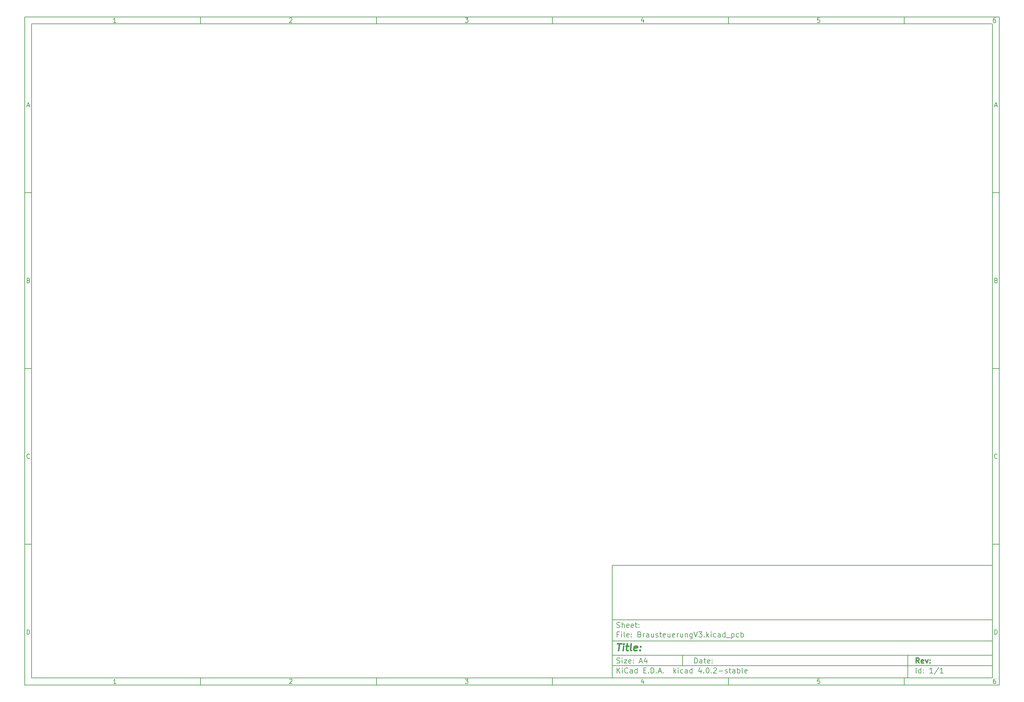
<source format=gtp>
%TF.GenerationSoftware,KiCad,Pcbnew,4.0.2-stable*%
%TF.CreationDate,2017-03-06T18:44:29+01:00*%
%TF.ProjectId,BrausteuerungV3,42726175737465756572756E6756332E,rev?*%
%TF.FileFunction,Paste,Top*%
%FSLAX46Y46*%
G04 Gerber Fmt 4.6, Leading zero omitted, Abs format (unit mm)*
G04 Created by KiCad (PCBNEW 4.0.2-stable) date 06.03.2017 18:44:29*
%MOMM*%
G01*
G04 APERTURE LIST*
%ADD10C,0.100000*%
%ADD11C,0.150000*%
%ADD12C,0.300000*%
%ADD13C,0.400000*%
G04 APERTURE END LIST*
D10*
D11*
X177002200Y-166007200D02*
X177002200Y-198007200D01*
X285002200Y-198007200D01*
X285002200Y-166007200D01*
X177002200Y-166007200D01*
D10*
D11*
X10000000Y-10000000D02*
X10000000Y-200007200D01*
X287002200Y-200007200D01*
X287002200Y-10000000D01*
X10000000Y-10000000D01*
D10*
D11*
X12000000Y-12000000D02*
X12000000Y-198007200D01*
X285002200Y-198007200D01*
X285002200Y-12000000D01*
X12000000Y-12000000D01*
D10*
D11*
X60000000Y-12000000D02*
X60000000Y-10000000D01*
D10*
D11*
X110000000Y-12000000D02*
X110000000Y-10000000D01*
D10*
D11*
X160000000Y-12000000D02*
X160000000Y-10000000D01*
D10*
D11*
X210000000Y-12000000D02*
X210000000Y-10000000D01*
D10*
D11*
X260000000Y-12000000D02*
X260000000Y-10000000D01*
D10*
D11*
X35990476Y-11588095D02*
X35247619Y-11588095D01*
X35619048Y-11588095D02*
X35619048Y-10288095D01*
X35495238Y-10473810D01*
X35371429Y-10597619D01*
X35247619Y-10659524D01*
D10*
D11*
X85247619Y-10411905D02*
X85309524Y-10350000D01*
X85433333Y-10288095D01*
X85742857Y-10288095D01*
X85866667Y-10350000D01*
X85928571Y-10411905D01*
X85990476Y-10535714D01*
X85990476Y-10659524D01*
X85928571Y-10845238D01*
X85185714Y-11588095D01*
X85990476Y-11588095D01*
D10*
D11*
X135185714Y-10288095D02*
X135990476Y-10288095D01*
X135557143Y-10783333D01*
X135742857Y-10783333D01*
X135866667Y-10845238D01*
X135928571Y-10907143D01*
X135990476Y-11030952D01*
X135990476Y-11340476D01*
X135928571Y-11464286D01*
X135866667Y-11526190D01*
X135742857Y-11588095D01*
X135371429Y-11588095D01*
X135247619Y-11526190D01*
X135185714Y-11464286D01*
D10*
D11*
X185866667Y-10721429D02*
X185866667Y-11588095D01*
X185557143Y-10226190D02*
X185247619Y-11154762D01*
X186052381Y-11154762D01*
D10*
D11*
X235928571Y-10288095D02*
X235309524Y-10288095D01*
X235247619Y-10907143D01*
X235309524Y-10845238D01*
X235433333Y-10783333D01*
X235742857Y-10783333D01*
X235866667Y-10845238D01*
X235928571Y-10907143D01*
X235990476Y-11030952D01*
X235990476Y-11340476D01*
X235928571Y-11464286D01*
X235866667Y-11526190D01*
X235742857Y-11588095D01*
X235433333Y-11588095D01*
X235309524Y-11526190D01*
X235247619Y-11464286D01*
D10*
D11*
X285866667Y-10288095D02*
X285619048Y-10288095D01*
X285495238Y-10350000D01*
X285433333Y-10411905D01*
X285309524Y-10597619D01*
X285247619Y-10845238D01*
X285247619Y-11340476D01*
X285309524Y-11464286D01*
X285371429Y-11526190D01*
X285495238Y-11588095D01*
X285742857Y-11588095D01*
X285866667Y-11526190D01*
X285928571Y-11464286D01*
X285990476Y-11340476D01*
X285990476Y-11030952D01*
X285928571Y-10907143D01*
X285866667Y-10845238D01*
X285742857Y-10783333D01*
X285495238Y-10783333D01*
X285371429Y-10845238D01*
X285309524Y-10907143D01*
X285247619Y-11030952D01*
D10*
D11*
X60000000Y-198007200D02*
X60000000Y-200007200D01*
D10*
D11*
X110000000Y-198007200D02*
X110000000Y-200007200D01*
D10*
D11*
X160000000Y-198007200D02*
X160000000Y-200007200D01*
D10*
D11*
X210000000Y-198007200D02*
X210000000Y-200007200D01*
D10*
D11*
X260000000Y-198007200D02*
X260000000Y-200007200D01*
D10*
D11*
X35990476Y-199595295D02*
X35247619Y-199595295D01*
X35619048Y-199595295D02*
X35619048Y-198295295D01*
X35495238Y-198481010D01*
X35371429Y-198604819D01*
X35247619Y-198666724D01*
D10*
D11*
X85247619Y-198419105D02*
X85309524Y-198357200D01*
X85433333Y-198295295D01*
X85742857Y-198295295D01*
X85866667Y-198357200D01*
X85928571Y-198419105D01*
X85990476Y-198542914D01*
X85990476Y-198666724D01*
X85928571Y-198852438D01*
X85185714Y-199595295D01*
X85990476Y-199595295D01*
D10*
D11*
X135185714Y-198295295D02*
X135990476Y-198295295D01*
X135557143Y-198790533D01*
X135742857Y-198790533D01*
X135866667Y-198852438D01*
X135928571Y-198914343D01*
X135990476Y-199038152D01*
X135990476Y-199347676D01*
X135928571Y-199471486D01*
X135866667Y-199533390D01*
X135742857Y-199595295D01*
X135371429Y-199595295D01*
X135247619Y-199533390D01*
X135185714Y-199471486D01*
D10*
D11*
X185866667Y-198728629D02*
X185866667Y-199595295D01*
X185557143Y-198233390D02*
X185247619Y-199161962D01*
X186052381Y-199161962D01*
D10*
D11*
X235928571Y-198295295D02*
X235309524Y-198295295D01*
X235247619Y-198914343D01*
X235309524Y-198852438D01*
X235433333Y-198790533D01*
X235742857Y-198790533D01*
X235866667Y-198852438D01*
X235928571Y-198914343D01*
X235990476Y-199038152D01*
X235990476Y-199347676D01*
X235928571Y-199471486D01*
X235866667Y-199533390D01*
X235742857Y-199595295D01*
X235433333Y-199595295D01*
X235309524Y-199533390D01*
X235247619Y-199471486D01*
D10*
D11*
X285866667Y-198295295D02*
X285619048Y-198295295D01*
X285495238Y-198357200D01*
X285433333Y-198419105D01*
X285309524Y-198604819D01*
X285247619Y-198852438D01*
X285247619Y-199347676D01*
X285309524Y-199471486D01*
X285371429Y-199533390D01*
X285495238Y-199595295D01*
X285742857Y-199595295D01*
X285866667Y-199533390D01*
X285928571Y-199471486D01*
X285990476Y-199347676D01*
X285990476Y-199038152D01*
X285928571Y-198914343D01*
X285866667Y-198852438D01*
X285742857Y-198790533D01*
X285495238Y-198790533D01*
X285371429Y-198852438D01*
X285309524Y-198914343D01*
X285247619Y-199038152D01*
D10*
D11*
X10000000Y-60000000D02*
X12000000Y-60000000D01*
D10*
D11*
X10000000Y-110000000D02*
X12000000Y-110000000D01*
D10*
D11*
X10000000Y-160000000D02*
X12000000Y-160000000D01*
D10*
D11*
X10690476Y-35216667D02*
X11309524Y-35216667D01*
X10566667Y-35588095D02*
X11000000Y-34288095D01*
X11433333Y-35588095D01*
D10*
D11*
X11092857Y-84907143D02*
X11278571Y-84969048D01*
X11340476Y-85030952D01*
X11402381Y-85154762D01*
X11402381Y-85340476D01*
X11340476Y-85464286D01*
X11278571Y-85526190D01*
X11154762Y-85588095D01*
X10659524Y-85588095D01*
X10659524Y-84288095D01*
X11092857Y-84288095D01*
X11216667Y-84350000D01*
X11278571Y-84411905D01*
X11340476Y-84535714D01*
X11340476Y-84659524D01*
X11278571Y-84783333D01*
X11216667Y-84845238D01*
X11092857Y-84907143D01*
X10659524Y-84907143D01*
D10*
D11*
X11402381Y-135464286D02*
X11340476Y-135526190D01*
X11154762Y-135588095D01*
X11030952Y-135588095D01*
X10845238Y-135526190D01*
X10721429Y-135402381D01*
X10659524Y-135278571D01*
X10597619Y-135030952D01*
X10597619Y-134845238D01*
X10659524Y-134597619D01*
X10721429Y-134473810D01*
X10845238Y-134350000D01*
X11030952Y-134288095D01*
X11154762Y-134288095D01*
X11340476Y-134350000D01*
X11402381Y-134411905D01*
D10*
D11*
X10659524Y-185588095D02*
X10659524Y-184288095D01*
X10969048Y-184288095D01*
X11154762Y-184350000D01*
X11278571Y-184473810D01*
X11340476Y-184597619D01*
X11402381Y-184845238D01*
X11402381Y-185030952D01*
X11340476Y-185278571D01*
X11278571Y-185402381D01*
X11154762Y-185526190D01*
X10969048Y-185588095D01*
X10659524Y-185588095D01*
D10*
D11*
X287002200Y-60000000D02*
X285002200Y-60000000D01*
D10*
D11*
X287002200Y-110000000D02*
X285002200Y-110000000D01*
D10*
D11*
X287002200Y-160000000D02*
X285002200Y-160000000D01*
D10*
D11*
X285692676Y-35216667D02*
X286311724Y-35216667D01*
X285568867Y-35588095D02*
X286002200Y-34288095D01*
X286435533Y-35588095D01*
D10*
D11*
X286095057Y-84907143D02*
X286280771Y-84969048D01*
X286342676Y-85030952D01*
X286404581Y-85154762D01*
X286404581Y-85340476D01*
X286342676Y-85464286D01*
X286280771Y-85526190D01*
X286156962Y-85588095D01*
X285661724Y-85588095D01*
X285661724Y-84288095D01*
X286095057Y-84288095D01*
X286218867Y-84350000D01*
X286280771Y-84411905D01*
X286342676Y-84535714D01*
X286342676Y-84659524D01*
X286280771Y-84783333D01*
X286218867Y-84845238D01*
X286095057Y-84907143D01*
X285661724Y-84907143D01*
D10*
D11*
X286404581Y-135464286D02*
X286342676Y-135526190D01*
X286156962Y-135588095D01*
X286033152Y-135588095D01*
X285847438Y-135526190D01*
X285723629Y-135402381D01*
X285661724Y-135278571D01*
X285599819Y-135030952D01*
X285599819Y-134845238D01*
X285661724Y-134597619D01*
X285723629Y-134473810D01*
X285847438Y-134350000D01*
X286033152Y-134288095D01*
X286156962Y-134288095D01*
X286342676Y-134350000D01*
X286404581Y-134411905D01*
D10*
D11*
X285661724Y-185588095D02*
X285661724Y-184288095D01*
X285971248Y-184288095D01*
X286156962Y-184350000D01*
X286280771Y-184473810D01*
X286342676Y-184597619D01*
X286404581Y-184845238D01*
X286404581Y-185030952D01*
X286342676Y-185278571D01*
X286280771Y-185402381D01*
X286156962Y-185526190D01*
X285971248Y-185588095D01*
X285661724Y-185588095D01*
D10*
D11*
X200359343Y-193785771D02*
X200359343Y-192285771D01*
X200716486Y-192285771D01*
X200930771Y-192357200D01*
X201073629Y-192500057D01*
X201145057Y-192642914D01*
X201216486Y-192928629D01*
X201216486Y-193142914D01*
X201145057Y-193428629D01*
X201073629Y-193571486D01*
X200930771Y-193714343D01*
X200716486Y-193785771D01*
X200359343Y-193785771D01*
X202502200Y-193785771D02*
X202502200Y-193000057D01*
X202430771Y-192857200D01*
X202287914Y-192785771D01*
X202002200Y-192785771D01*
X201859343Y-192857200D01*
X202502200Y-193714343D02*
X202359343Y-193785771D01*
X202002200Y-193785771D01*
X201859343Y-193714343D01*
X201787914Y-193571486D01*
X201787914Y-193428629D01*
X201859343Y-193285771D01*
X202002200Y-193214343D01*
X202359343Y-193214343D01*
X202502200Y-193142914D01*
X203002200Y-192785771D02*
X203573629Y-192785771D01*
X203216486Y-192285771D02*
X203216486Y-193571486D01*
X203287914Y-193714343D01*
X203430772Y-193785771D01*
X203573629Y-193785771D01*
X204645057Y-193714343D02*
X204502200Y-193785771D01*
X204216486Y-193785771D01*
X204073629Y-193714343D01*
X204002200Y-193571486D01*
X204002200Y-193000057D01*
X204073629Y-192857200D01*
X204216486Y-192785771D01*
X204502200Y-192785771D01*
X204645057Y-192857200D01*
X204716486Y-193000057D01*
X204716486Y-193142914D01*
X204002200Y-193285771D01*
X205359343Y-193642914D02*
X205430771Y-193714343D01*
X205359343Y-193785771D01*
X205287914Y-193714343D01*
X205359343Y-193642914D01*
X205359343Y-193785771D01*
X205359343Y-192857200D02*
X205430771Y-192928629D01*
X205359343Y-193000057D01*
X205287914Y-192928629D01*
X205359343Y-192857200D01*
X205359343Y-193000057D01*
D10*
D11*
X177002200Y-194507200D02*
X285002200Y-194507200D01*
D10*
D11*
X178359343Y-196585771D02*
X178359343Y-195085771D01*
X179216486Y-196585771D02*
X178573629Y-195728629D01*
X179216486Y-195085771D02*
X178359343Y-195942914D01*
X179859343Y-196585771D02*
X179859343Y-195585771D01*
X179859343Y-195085771D02*
X179787914Y-195157200D01*
X179859343Y-195228629D01*
X179930771Y-195157200D01*
X179859343Y-195085771D01*
X179859343Y-195228629D01*
X181430772Y-196442914D02*
X181359343Y-196514343D01*
X181145057Y-196585771D01*
X181002200Y-196585771D01*
X180787915Y-196514343D01*
X180645057Y-196371486D01*
X180573629Y-196228629D01*
X180502200Y-195942914D01*
X180502200Y-195728629D01*
X180573629Y-195442914D01*
X180645057Y-195300057D01*
X180787915Y-195157200D01*
X181002200Y-195085771D01*
X181145057Y-195085771D01*
X181359343Y-195157200D01*
X181430772Y-195228629D01*
X182716486Y-196585771D02*
X182716486Y-195800057D01*
X182645057Y-195657200D01*
X182502200Y-195585771D01*
X182216486Y-195585771D01*
X182073629Y-195657200D01*
X182716486Y-196514343D02*
X182573629Y-196585771D01*
X182216486Y-196585771D01*
X182073629Y-196514343D01*
X182002200Y-196371486D01*
X182002200Y-196228629D01*
X182073629Y-196085771D01*
X182216486Y-196014343D01*
X182573629Y-196014343D01*
X182716486Y-195942914D01*
X184073629Y-196585771D02*
X184073629Y-195085771D01*
X184073629Y-196514343D02*
X183930772Y-196585771D01*
X183645058Y-196585771D01*
X183502200Y-196514343D01*
X183430772Y-196442914D01*
X183359343Y-196300057D01*
X183359343Y-195871486D01*
X183430772Y-195728629D01*
X183502200Y-195657200D01*
X183645058Y-195585771D01*
X183930772Y-195585771D01*
X184073629Y-195657200D01*
X185930772Y-195800057D02*
X186430772Y-195800057D01*
X186645058Y-196585771D02*
X185930772Y-196585771D01*
X185930772Y-195085771D01*
X186645058Y-195085771D01*
X187287915Y-196442914D02*
X187359343Y-196514343D01*
X187287915Y-196585771D01*
X187216486Y-196514343D01*
X187287915Y-196442914D01*
X187287915Y-196585771D01*
X188002201Y-196585771D02*
X188002201Y-195085771D01*
X188359344Y-195085771D01*
X188573629Y-195157200D01*
X188716487Y-195300057D01*
X188787915Y-195442914D01*
X188859344Y-195728629D01*
X188859344Y-195942914D01*
X188787915Y-196228629D01*
X188716487Y-196371486D01*
X188573629Y-196514343D01*
X188359344Y-196585771D01*
X188002201Y-196585771D01*
X189502201Y-196442914D02*
X189573629Y-196514343D01*
X189502201Y-196585771D01*
X189430772Y-196514343D01*
X189502201Y-196442914D01*
X189502201Y-196585771D01*
X190145058Y-196157200D02*
X190859344Y-196157200D01*
X190002201Y-196585771D02*
X190502201Y-195085771D01*
X191002201Y-196585771D01*
X191502201Y-196442914D02*
X191573629Y-196514343D01*
X191502201Y-196585771D01*
X191430772Y-196514343D01*
X191502201Y-196442914D01*
X191502201Y-196585771D01*
X194502201Y-196585771D02*
X194502201Y-195085771D01*
X194645058Y-196014343D02*
X195073629Y-196585771D01*
X195073629Y-195585771D02*
X194502201Y-196157200D01*
X195716487Y-196585771D02*
X195716487Y-195585771D01*
X195716487Y-195085771D02*
X195645058Y-195157200D01*
X195716487Y-195228629D01*
X195787915Y-195157200D01*
X195716487Y-195085771D01*
X195716487Y-195228629D01*
X197073630Y-196514343D02*
X196930773Y-196585771D01*
X196645059Y-196585771D01*
X196502201Y-196514343D01*
X196430773Y-196442914D01*
X196359344Y-196300057D01*
X196359344Y-195871486D01*
X196430773Y-195728629D01*
X196502201Y-195657200D01*
X196645059Y-195585771D01*
X196930773Y-195585771D01*
X197073630Y-195657200D01*
X198359344Y-196585771D02*
X198359344Y-195800057D01*
X198287915Y-195657200D01*
X198145058Y-195585771D01*
X197859344Y-195585771D01*
X197716487Y-195657200D01*
X198359344Y-196514343D02*
X198216487Y-196585771D01*
X197859344Y-196585771D01*
X197716487Y-196514343D01*
X197645058Y-196371486D01*
X197645058Y-196228629D01*
X197716487Y-196085771D01*
X197859344Y-196014343D01*
X198216487Y-196014343D01*
X198359344Y-195942914D01*
X199716487Y-196585771D02*
X199716487Y-195085771D01*
X199716487Y-196514343D02*
X199573630Y-196585771D01*
X199287916Y-196585771D01*
X199145058Y-196514343D01*
X199073630Y-196442914D01*
X199002201Y-196300057D01*
X199002201Y-195871486D01*
X199073630Y-195728629D01*
X199145058Y-195657200D01*
X199287916Y-195585771D01*
X199573630Y-195585771D01*
X199716487Y-195657200D01*
X202216487Y-195585771D02*
X202216487Y-196585771D01*
X201859344Y-195014343D02*
X201502201Y-196085771D01*
X202430773Y-196085771D01*
X203002201Y-196442914D02*
X203073629Y-196514343D01*
X203002201Y-196585771D01*
X202930772Y-196514343D01*
X203002201Y-196442914D01*
X203002201Y-196585771D01*
X204002201Y-195085771D02*
X204145058Y-195085771D01*
X204287915Y-195157200D01*
X204359344Y-195228629D01*
X204430773Y-195371486D01*
X204502201Y-195657200D01*
X204502201Y-196014343D01*
X204430773Y-196300057D01*
X204359344Y-196442914D01*
X204287915Y-196514343D01*
X204145058Y-196585771D01*
X204002201Y-196585771D01*
X203859344Y-196514343D01*
X203787915Y-196442914D01*
X203716487Y-196300057D01*
X203645058Y-196014343D01*
X203645058Y-195657200D01*
X203716487Y-195371486D01*
X203787915Y-195228629D01*
X203859344Y-195157200D01*
X204002201Y-195085771D01*
X205145058Y-196442914D02*
X205216486Y-196514343D01*
X205145058Y-196585771D01*
X205073629Y-196514343D01*
X205145058Y-196442914D01*
X205145058Y-196585771D01*
X205787915Y-195228629D02*
X205859344Y-195157200D01*
X206002201Y-195085771D01*
X206359344Y-195085771D01*
X206502201Y-195157200D01*
X206573630Y-195228629D01*
X206645058Y-195371486D01*
X206645058Y-195514343D01*
X206573630Y-195728629D01*
X205716487Y-196585771D01*
X206645058Y-196585771D01*
X207287915Y-196014343D02*
X208430772Y-196014343D01*
X209073629Y-196514343D02*
X209216486Y-196585771D01*
X209502201Y-196585771D01*
X209645058Y-196514343D01*
X209716486Y-196371486D01*
X209716486Y-196300057D01*
X209645058Y-196157200D01*
X209502201Y-196085771D01*
X209287915Y-196085771D01*
X209145058Y-196014343D01*
X209073629Y-195871486D01*
X209073629Y-195800057D01*
X209145058Y-195657200D01*
X209287915Y-195585771D01*
X209502201Y-195585771D01*
X209645058Y-195657200D01*
X210145058Y-195585771D02*
X210716487Y-195585771D01*
X210359344Y-195085771D02*
X210359344Y-196371486D01*
X210430772Y-196514343D01*
X210573630Y-196585771D01*
X210716487Y-196585771D01*
X211859344Y-196585771D02*
X211859344Y-195800057D01*
X211787915Y-195657200D01*
X211645058Y-195585771D01*
X211359344Y-195585771D01*
X211216487Y-195657200D01*
X211859344Y-196514343D02*
X211716487Y-196585771D01*
X211359344Y-196585771D01*
X211216487Y-196514343D01*
X211145058Y-196371486D01*
X211145058Y-196228629D01*
X211216487Y-196085771D01*
X211359344Y-196014343D01*
X211716487Y-196014343D01*
X211859344Y-195942914D01*
X212573630Y-196585771D02*
X212573630Y-195085771D01*
X212573630Y-195657200D02*
X212716487Y-195585771D01*
X213002201Y-195585771D01*
X213145058Y-195657200D01*
X213216487Y-195728629D01*
X213287916Y-195871486D01*
X213287916Y-196300057D01*
X213216487Y-196442914D01*
X213145058Y-196514343D01*
X213002201Y-196585771D01*
X212716487Y-196585771D01*
X212573630Y-196514343D01*
X214145059Y-196585771D02*
X214002201Y-196514343D01*
X213930773Y-196371486D01*
X213930773Y-195085771D01*
X215287915Y-196514343D02*
X215145058Y-196585771D01*
X214859344Y-196585771D01*
X214716487Y-196514343D01*
X214645058Y-196371486D01*
X214645058Y-195800057D01*
X214716487Y-195657200D01*
X214859344Y-195585771D01*
X215145058Y-195585771D01*
X215287915Y-195657200D01*
X215359344Y-195800057D01*
X215359344Y-195942914D01*
X214645058Y-196085771D01*
D10*
D11*
X177002200Y-191507200D02*
X285002200Y-191507200D01*
D10*
D12*
X264216486Y-193785771D02*
X263716486Y-193071486D01*
X263359343Y-193785771D02*
X263359343Y-192285771D01*
X263930771Y-192285771D01*
X264073629Y-192357200D01*
X264145057Y-192428629D01*
X264216486Y-192571486D01*
X264216486Y-192785771D01*
X264145057Y-192928629D01*
X264073629Y-193000057D01*
X263930771Y-193071486D01*
X263359343Y-193071486D01*
X265430771Y-193714343D02*
X265287914Y-193785771D01*
X265002200Y-193785771D01*
X264859343Y-193714343D01*
X264787914Y-193571486D01*
X264787914Y-193000057D01*
X264859343Y-192857200D01*
X265002200Y-192785771D01*
X265287914Y-192785771D01*
X265430771Y-192857200D01*
X265502200Y-193000057D01*
X265502200Y-193142914D01*
X264787914Y-193285771D01*
X266002200Y-192785771D02*
X266359343Y-193785771D01*
X266716485Y-192785771D01*
X267287914Y-193642914D02*
X267359342Y-193714343D01*
X267287914Y-193785771D01*
X267216485Y-193714343D01*
X267287914Y-193642914D01*
X267287914Y-193785771D01*
X267287914Y-192857200D02*
X267359342Y-192928629D01*
X267287914Y-193000057D01*
X267216485Y-192928629D01*
X267287914Y-192857200D01*
X267287914Y-193000057D01*
D10*
D11*
X178287914Y-193714343D02*
X178502200Y-193785771D01*
X178859343Y-193785771D01*
X179002200Y-193714343D01*
X179073629Y-193642914D01*
X179145057Y-193500057D01*
X179145057Y-193357200D01*
X179073629Y-193214343D01*
X179002200Y-193142914D01*
X178859343Y-193071486D01*
X178573629Y-193000057D01*
X178430771Y-192928629D01*
X178359343Y-192857200D01*
X178287914Y-192714343D01*
X178287914Y-192571486D01*
X178359343Y-192428629D01*
X178430771Y-192357200D01*
X178573629Y-192285771D01*
X178930771Y-192285771D01*
X179145057Y-192357200D01*
X179787914Y-193785771D02*
X179787914Y-192785771D01*
X179787914Y-192285771D02*
X179716485Y-192357200D01*
X179787914Y-192428629D01*
X179859342Y-192357200D01*
X179787914Y-192285771D01*
X179787914Y-192428629D01*
X180359343Y-192785771D02*
X181145057Y-192785771D01*
X180359343Y-193785771D01*
X181145057Y-193785771D01*
X182287914Y-193714343D02*
X182145057Y-193785771D01*
X181859343Y-193785771D01*
X181716486Y-193714343D01*
X181645057Y-193571486D01*
X181645057Y-193000057D01*
X181716486Y-192857200D01*
X181859343Y-192785771D01*
X182145057Y-192785771D01*
X182287914Y-192857200D01*
X182359343Y-193000057D01*
X182359343Y-193142914D01*
X181645057Y-193285771D01*
X183002200Y-193642914D02*
X183073628Y-193714343D01*
X183002200Y-193785771D01*
X182930771Y-193714343D01*
X183002200Y-193642914D01*
X183002200Y-193785771D01*
X183002200Y-192857200D02*
X183073628Y-192928629D01*
X183002200Y-193000057D01*
X182930771Y-192928629D01*
X183002200Y-192857200D01*
X183002200Y-193000057D01*
X184787914Y-193357200D02*
X185502200Y-193357200D01*
X184645057Y-193785771D02*
X185145057Y-192285771D01*
X185645057Y-193785771D01*
X186787914Y-192785771D02*
X186787914Y-193785771D01*
X186430771Y-192214343D02*
X186073628Y-193285771D01*
X187002200Y-193285771D01*
D10*
D11*
X263359343Y-196585771D02*
X263359343Y-195085771D01*
X264716486Y-196585771D02*
X264716486Y-195085771D01*
X264716486Y-196514343D02*
X264573629Y-196585771D01*
X264287915Y-196585771D01*
X264145057Y-196514343D01*
X264073629Y-196442914D01*
X264002200Y-196300057D01*
X264002200Y-195871486D01*
X264073629Y-195728629D01*
X264145057Y-195657200D01*
X264287915Y-195585771D01*
X264573629Y-195585771D01*
X264716486Y-195657200D01*
X265430772Y-196442914D02*
X265502200Y-196514343D01*
X265430772Y-196585771D01*
X265359343Y-196514343D01*
X265430772Y-196442914D01*
X265430772Y-196585771D01*
X265430772Y-195657200D02*
X265502200Y-195728629D01*
X265430772Y-195800057D01*
X265359343Y-195728629D01*
X265430772Y-195657200D01*
X265430772Y-195800057D01*
X268073629Y-196585771D02*
X267216486Y-196585771D01*
X267645058Y-196585771D02*
X267645058Y-195085771D01*
X267502201Y-195300057D01*
X267359343Y-195442914D01*
X267216486Y-195514343D01*
X269787914Y-195014343D02*
X268502200Y-196942914D01*
X271073629Y-196585771D02*
X270216486Y-196585771D01*
X270645058Y-196585771D02*
X270645058Y-195085771D01*
X270502201Y-195300057D01*
X270359343Y-195442914D01*
X270216486Y-195514343D01*
D10*
D11*
X177002200Y-187507200D02*
X285002200Y-187507200D01*
D10*
D13*
X178454581Y-188211962D02*
X179597438Y-188211962D01*
X178776010Y-190211962D02*
X179026010Y-188211962D01*
X180014105Y-190211962D02*
X180180771Y-188878629D01*
X180264105Y-188211962D02*
X180156962Y-188307200D01*
X180240295Y-188402438D01*
X180347439Y-188307200D01*
X180264105Y-188211962D01*
X180240295Y-188402438D01*
X180847438Y-188878629D02*
X181609343Y-188878629D01*
X181216486Y-188211962D02*
X181002200Y-189926248D01*
X181073630Y-190116724D01*
X181252201Y-190211962D01*
X181442677Y-190211962D01*
X182395058Y-190211962D02*
X182216487Y-190116724D01*
X182145057Y-189926248D01*
X182359343Y-188211962D01*
X183930772Y-190116724D02*
X183728391Y-190211962D01*
X183347439Y-190211962D01*
X183168867Y-190116724D01*
X183097438Y-189926248D01*
X183192676Y-189164343D01*
X183311724Y-188973867D01*
X183514105Y-188878629D01*
X183895057Y-188878629D01*
X184073629Y-188973867D01*
X184145057Y-189164343D01*
X184121248Y-189354819D01*
X183145057Y-189545295D01*
X184895057Y-190021486D02*
X184978392Y-190116724D01*
X184871248Y-190211962D01*
X184787915Y-190116724D01*
X184895057Y-190021486D01*
X184871248Y-190211962D01*
X185026010Y-188973867D02*
X185109344Y-189069105D01*
X185002200Y-189164343D01*
X184918867Y-189069105D01*
X185026010Y-188973867D01*
X185002200Y-189164343D01*
D10*
D11*
X178859343Y-185600057D02*
X178359343Y-185600057D01*
X178359343Y-186385771D02*
X178359343Y-184885771D01*
X179073629Y-184885771D01*
X179645057Y-186385771D02*
X179645057Y-185385771D01*
X179645057Y-184885771D02*
X179573628Y-184957200D01*
X179645057Y-185028629D01*
X179716485Y-184957200D01*
X179645057Y-184885771D01*
X179645057Y-185028629D01*
X180573629Y-186385771D02*
X180430771Y-186314343D01*
X180359343Y-186171486D01*
X180359343Y-184885771D01*
X181716485Y-186314343D02*
X181573628Y-186385771D01*
X181287914Y-186385771D01*
X181145057Y-186314343D01*
X181073628Y-186171486D01*
X181073628Y-185600057D01*
X181145057Y-185457200D01*
X181287914Y-185385771D01*
X181573628Y-185385771D01*
X181716485Y-185457200D01*
X181787914Y-185600057D01*
X181787914Y-185742914D01*
X181073628Y-185885771D01*
X182430771Y-186242914D02*
X182502199Y-186314343D01*
X182430771Y-186385771D01*
X182359342Y-186314343D01*
X182430771Y-186242914D01*
X182430771Y-186385771D01*
X182430771Y-185457200D02*
X182502199Y-185528629D01*
X182430771Y-185600057D01*
X182359342Y-185528629D01*
X182430771Y-185457200D01*
X182430771Y-185600057D01*
X184787914Y-185600057D02*
X185002200Y-185671486D01*
X185073628Y-185742914D01*
X185145057Y-185885771D01*
X185145057Y-186100057D01*
X185073628Y-186242914D01*
X185002200Y-186314343D01*
X184859342Y-186385771D01*
X184287914Y-186385771D01*
X184287914Y-184885771D01*
X184787914Y-184885771D01*
X184930771Y-184957200D01*
X185002200Y-185028629D01*
X185073628Y-185171486D01*
X185073628Y-185314343D01*
X185002200Y-185457200D01*
X184930771Y-185528629D01*
X184787914Y-185600057D01*
X184287914Y-185600057D01*
X185787914Y-186385771D02*
X185787914Y-185385771D01*
X185787914Y-185671486D02*
X185859342Y-185528629D01*
X185930771Y-185457200D01*
X186073628Y-185385771D01*
X186216485Y-185385771D01*
X187359342Y-186385771D02*
X187359342Y-185600057D01*
X187287913Y-185457200D01*
X187145056Y-185385771D01*
X186859342Y-185385771D01*
X186716485Y-185457200D01*
X187359342Y-186314343D02*
X187216485Y-186385771D01*
X186859342Y-186385771D01*
X186716485Y-186314343D01*
X186645056Y-186171486D01*
X186645056Y-186028629D01*
X186716485Y-185885771D01*
X186859342Y-185814343D01*
X187216485Y-185814343D01*
X187359342Y-185742914D01*
X188716485Y-185385771D02*
X188716485Y-186385771D01*
X188073628Y-185385771D02*
X188073628Y-186171486D01*
X188145056Y-186314343D01*
X188287914Y-186385771D01*
X188502199Y-186385771D01*
X188645056Y-186314343D01*
X188716485Y-186242914D01*
X189359342Y-186314343D02*
X189502199Y-186385771D01*
X189787914Y-186385771D01*
X189930771Y-186314343D01*
X190002199Y-186171486D01*
X190002199Y-186100057D01*
X189930771Y-185957200D01*
X189787914Y-185885771D01*
X189573628Y-185885771D01*
X189430771Y-185814343D01*
X189359342Y-185671486D01*
X189359342Y-185600057D01*
X189430771Y-185457200D01*
X189573628Y-185385771D01*
X189787914Y-185385771D01*
X189930771Y-185457200D01*
X190430771Y-185385771D02*
X191002200Y-185385771D01*
X190645057Y-184885771D02*
X190645057Y-186171486D01*
X190716485Y-186314343D01*
X190859343Y-186385771D01*
X191002200Y-186385771D01*
X192073628Y-186314343D02*
X191930771Y-186385771D01*
X191645057Y-186385771D01*
X191502200Y-186314343D01*
X191430771Y-186171486D01*
X191430771Y-185600057D01*
X191502200Y-185457200D01*
X191645057Y-185385771D01*
X191930771Y-185385771D01*
X192073628Y-185457200D01*
X192145057Y-185600057D01*
X192145057Y-185742914D01*
X191430771Y-185885771D01*
X193430771Y-185385771D02*
X193430771Y-186385771D01*
X192787914Y-185385771D02*
X192787914Y-186171486D01*
X192859342Y-186314343D01*
X193002200Y-186385771D01*
X193216485Y-186385771D01*
X193359342Y-186314343D01*
X193430771Y-186242914D01*
X194716485Y-186314343D02*
X194573628Y-186385771D01*
X194287914Y-186385771D01*
X194145057Y-186314343D01*
X194073628Y-186171486D01*
X194073628Y-185600057D01*
X194145057Y-185457200D01*
X194287914Y-185385771D01*
X194573628Y-185385771D01*
X194716485Y-185457200D01*
X194787914Y-185600057D01*
X194787914Y-185742914D01*
X194073628Y-185885771D01*
X195430771Y-186385771D02*
X195430771Y-185385771D01*
X195430771Y-185671486D02*
X195502199Y-185528629D01*
X195573628Y-185457200D01*
X195716485Y-185385771D01*
X195859342Y-185385771D01*
X197002199Y-185385771D02*
X197002199Y-186385771D01*
X196359342Y-185385771D02*
X196359342Y-186171486D01*
X196430770Y-186314343D01*
X196573628Y-186385771D01*
X196787913Y-186385771D01*
X196930770Y-186314343D01*
X197002199Y-186242914D01*
X197716485Y-185385771D02*
X197716485Y-186385771D01*
X197716485Y-185528629D02*
X197787913Y-185457200D01*
X197930771Y-185385771D01*
X198145056Y-185385771D01*
X198287913Y-185457200D01*
X198359342Y-185600057D01*
X198359342Y-186385771D01*
X199716485Y-185385771D02*
X199716485Y-186600057D01*
X199645056Y-186742914D01*
X199573628Y-186814343D01*
X199430771Y-186885771D01*
X199216485Y-186885771D01*
X199073628Y-186814343D01*
X199716485Y-186314343D02*
X199573628Y-186385771D01*
X199287914Y-186385771D01*
X199145056Y-186314343D01*
X199073628Y-186242914D01*
X199002199Y-186100057D01*
X199002199Y-185671486D01*
X199073628Y-185528629D01*
X199145056Y-185457200D01*
X199287914Y-185385771D01*
X199573628Y-185385771D01*
X199716485Y-185457200D01*
X200216485Y-184885771D02*
X200716485Y-186385771D01*
X201216485Y-184885771D01*
X201573628Y-184885771D02*
X202502199Y-184885771D01*
X202002199Y-185457200D01*
X202216485Y-185457200D01*
X202359342Y-185528629D01*
X202430771Y-185600057D01*
X202502199Y-185742914D01*
X202502199Y-186100057D01*
X202430771Y-186242914D01*
X202359342Y-186314343D01*
X202216485Y-186385771D01*
X201787913Y-186385771D01*
X201645056Y-186314343D01*
X201573628Y-186242914D01*
X203145056Y-186242914D02*
X203216484Y-186314343D01*
X203145056Y-186385771D01*
X203073627Y-186314343D01*
X203145056Y-186242914D01*
X203145056Y-186385771D01*
X203859342Y-186385771D02*
X203859342Y-184885771D01*
X204002199Y-185814343D02*
X204430770Y-186385771D01*
X204430770Y-185385771D02*
X203859342Y-185957200D01*
X205073628Y-186385771D02*
X205073628Y-185385771D01*
X205073628Y-184885771D02*
X205002199Y-184957200D01*
X205073628Y-185028629D01*
X205145056Y-184957200D01*
X205073628Y-184885771D01*
X205073628Y-185028629D01*
X206430771Y-186314343D02*
X206287914Y-186385771D01*
X206002200Y-186385771D01*
X205859342Y-186314343D01*
X205787914Y-186242914D01*
X205716485Y-186100057D01*
X205716485Y-185671486D01*
X205787914Y-185528629D01*
X205859342Y-185457200D01*
X206002200Y-185385771D01*
X206287914Y-185385771D01*
X206430771Y-185457200D01*
X207716485Y-186385771D02*
X207716485Y-185600057D01*
X207645056Y-185457200D01*
X207502199Y-185385771D01*
X207216485Y-185385771D01*
X207073628Y-185457200D01*
X207716485Y-186314343D02*
X207573628Y-186385771D01*
X207216485Y-186385771D01*
X207073628Y-186314343D01*
X207002199Y-186171486D01*
X207002199Y-186028629D01*
X207073628Y-185885771D01*
X207216485Y-185814343D01*
X207573628Y-185814343D01*
X207716485Y-185742914D01*
X209073628Y-186385771D02*
X209073628Y-184885771D01*
X209073628Y-186314343D02*
X208930771Y-186385771D01*
X208645057Y-186385771D01*
X208502199Y-186314343D01*
X208430771Y-186242914D01*
X208359342Y-186100057D01*
X208359342Y-185671486D01*
X208430771Y-185528629D01*
X208502199Y-185457200D01*
X208645057Y-185385771D01*
X208930771Y-185385771D01*
X209073628Y-185457200D01*
X209430771Y-186528629D02*
X210573628Y-186528629D01*
X210930771Y-185385771D02*
X210930771Y-186885771D01*
X210930771Y-185457200D02*
X211073628Y-185385771D01*
X211359342Y-185385771D01*
X211502199Y-185457200D01*
X211573628Y-185528629D01*
X211645057Y-185671486D01*
X211645057Y-186100057D01*
X211573628Y-186242914D01*
X211502199Y-186314343D01*
X211359342Y-186385771D01*
X211073628Y-186385771D01*
X210930771Y-186314343D01*
X212930771Y-186314343D02*
X212787914Y-186385771D01*
X212502200Y-186385771D01*
X212359342Y-186314343D01*
X212287914Y-186242914D01*
X212216485Y-186100057D01*
X212216485Y-185671486D01*
X212287914Y-185528629D01*
X212359342Y-185457200D01*
X212502200Y-185385771D01*
X212787914Y-185385771D01*
X212930771Y-185457200D01*
X213573628Y-186385771D02*
X213573628Y-184885771D01*
X213573628Y-185457200D02*
X213716485Y-185385771D01*
X214002199Y-185385771D01*
X214145056Y-185457200D01*
X214216485Y-185528629D01*
X214287914Y-185671486D01*
X214287914Y-186100057D01*
X214216485Y-186242914D01*
X214145056Y-186314343D01*
X214002199Y-186385771D01*
X213716485Y-186385771D01*
X213573628Y-186314343D01*
D10*
D11*
X177002200Y-181507200D02*
X285002200Y-181507200D01*
D10*
D11*
X178287914Y-183614343D02*
X178502200Y-183685771D01*
X178859343Y-183685771D01*
X179002200Y-183614343D01*
X179073629Y-183542914D01*
X179145057Y-183400057D01*
X179145057Y-183257200D01*
X179073629Y-183114343D01*
X179002200Y-183042914D01*
X178859343Y-182971486D01*
X178573629Y-182900057D01*
X178430771Y-182828629D01*
X178359343Y-182757200D01*
X178287914Y-182614343D01*
X178287914Y-182471486D01*
X178359343Y-182328629D01*
X178430771Y-182257200D01*
X178573629Y-182185771D01*
X178930771Y-182185771D01*
X179145057Y-182257200D01*
X179787914Y-183685771D02*
X179787914Y-182185771D01*
X180430771Y-183685771D02*
X180430771Y-182900057D01*
X180359342Y-182757200D01*
X180216485Y-182685771D01*
X180002200Y-182685771D01*
X179859342Y-182757200D01*
X179787914Y-182828629D01*
X181716485Y-183614343D02*
X181573628Y-183685771D01*
X181287914Y-183685771D01*
X181145057Y-183614343D01*
X181073628Y-183471486D01*
X181073628Y-182900057D01*
X181145057Y-182757200D01*
X181287914Y-182685771D01*
X181573628Y-182685771D01*
X181716485Y-182757200D01*
X181787914Y-182900057D01*
X181787914Y-183042914D01*
X181073628Y-183185771D01*
X183002199Y-183614343D02*
X182859342Y-183685771D01*
X182573628Y-183685771D01*
X182430771Y-183614343D01*
X182359342Y-183471486D01*
X182359342Y-182900057D01*
X182430771Y-182757200D01*
X182573628Y-182685771D01*
X182859342Y-182685771D01*
X183002199Y-182757200D01*
X183073628Y-182900057D01*
X183073628Y-183042914D01*
X182359342Y-183185771D01*
X183502199Y-182685771D02*
X184073628Y-182685771D01*
X183716485Y-182185771D02*
X183716485Y-183471486D01*
X183787913Y-183614343D01*
X183930771Y-183685771D01*
X184073628Y-183685771D01*
X184573628Y-183542914D02*
X184645056Y-183614343D01*
X184573628Y-183685771D01*
X184502199Y-183614343D01*
X184573628Y-183542914D01*
X184573628Y-183685771D01*
X184573628Y-182757200D02*
X184645056Y-182828629D01*
X184573628Y-182900057D01*
X184502199Y-182828629D01*
X184573628Y-182757200D01*
X184573628Y-182900057D01*
D10*
D11*
X197002200Y-191507200D02*
X197002200Y-194507200D01*
D10*
D11*
X261002200Y-191507200D02*
X261002200Y-198007200D01*
M02*

</source>
